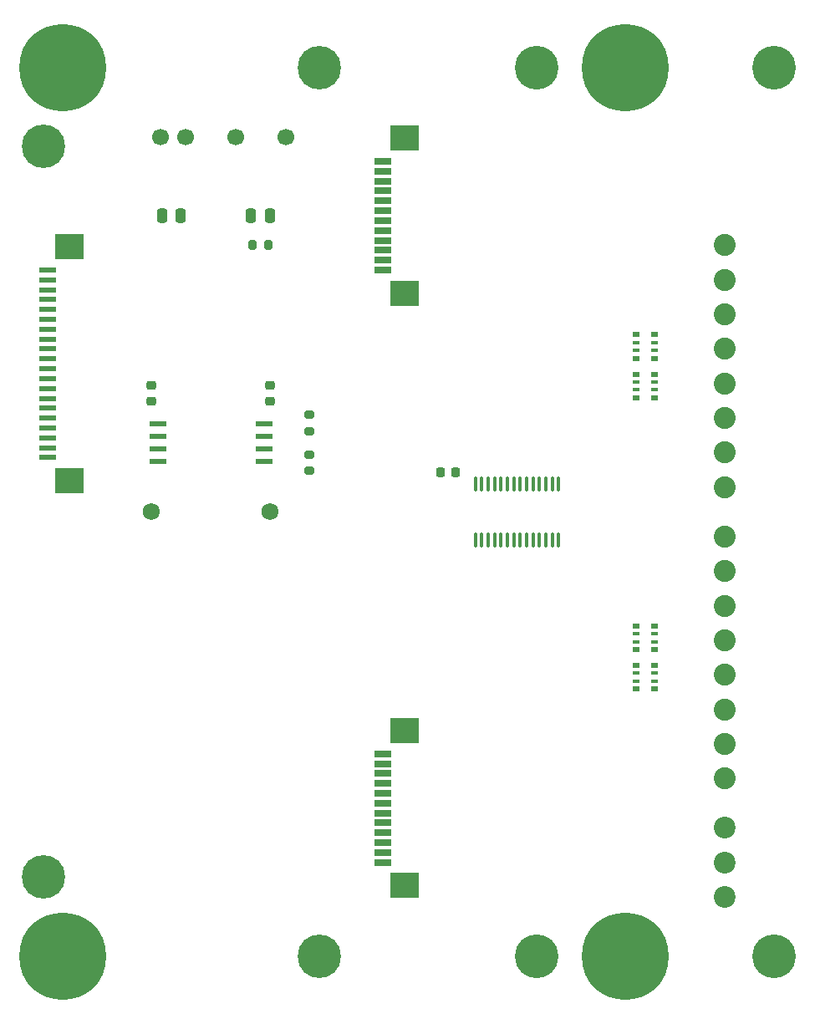
<source format=gbr>
%TF.GenerationSoftware,KiCad,Pcbnew,9.0.6*%
%TF.CreationDate,2025-12-10T15:25:16+03:00*%
%TF.ProjectId,PMCNV-PWMx16,504d434e-562d-4505-974d-7831362e6b69,rev?*%
%TF.SameCoordinates,PX3dfd240PY5f5e100*%
%TF.FileFunction,Soldermask,Top*%
%TF.FilePolarity,Negative*%
%FSLAX46Y46*%
G04 Gerber Fmt 4.6, Leading zero omitted, Abs format (unit mm)*
G04 Created by KiCad (PCBNEW 9.0.6) date 2025-12-10 15:25:16*
%MOMM*%
%LPD*%
G01*
G04 APERTURE LIST*
G04 Aperture macros list*
%AMRoundRect*
0 Rectangle with rounded corners*
0 $1 Rounding radius*
0 $2 $3 $4 $5 $6 $7 $8 $9 X,Y pos of 4 corners*
0 Add a 4 corners polygon primitive as box body*
4,1,4,$2,$3,$4,$5,$6,$7,$8,$9,$2,$3,0*
0 Add four circle primitives for the rounded corners*
1,1,$1+$1,$2,$3*
1,1,$1+$1,$4,$5*
1,1,$1+$1,$6,$7*
1,1,$1+$1,$8,$9*
0 Add four rect primitives between the rounded corners*
20,1,$1+$1,$2,$3,$4,$5,0*
20,1,$1+$1,$4,$5,$6,$7,0*
20,1,$1+$1,$6,$7,$8,$9,0*
20,1,$1+$1,$8,$9,$2,$3,0*%
G04 Aperture macros list end*
%ADD10C,4.420000*%
%ADD11C,2.220000*%
%ADD12C,8.800000*%
%ADD13RoundRect,0.200000X0.275000X-0.200000X0.275000X0.200000X-0.275000X0.200000X-0.275000X-0.200000X0*%
%ADD14RoundRect,0.200000X-0.275000X0.200000X-0.275000X-0.200000X0.275000X-0.200000X0.275000X0.200000X0*%
%ADD15RoundRect,0.250000X-0.250000X-0.475000X0.250000X-0.475000X0.250000X0.475000X-0.250000X0.475000X0*%
%ADD16RoundRect,0.100000X0.100000X-0.637500X0.100000X0.637500X-0.100000X0.637500X-0.100000X-0.637500X0*%
%ADD17C,2.200000*%
%ADD18RoundRect,0.200000X0.200000X0.275000X-0.200000X0.275000X-0.200000X-0.275000X0.200000X-0.275000X0*%
%ADD19C,4.400000*%
%ADD20C,1.700000*%
%ADD21R,0.800000X0.500000*%
%ADD22R,0.800000X0.400000*%
%ADD23R,1.701800X0.558800*%
%ADD24R,1.803400X0.635000*%
%ADD25R,2.997200X2.590800*%
%ADD26RoundRect,0.250000X0.250000X0.475000X-0.250000X0.475000X-0.250000X-0.475000X0.250000X-0.475000X0*%
%ADD27C,1.725000*%
%ADD28RoundRect,0.225000X0.250000X-0.225000X0.250000X0.225000X-0.250000X0.225000X-0.250000X-0.225000X0*%
%ADD29RoundRect,0.225000X0.225000X0.250000X-0.225000X0.250000X-0.225000X-0.250000X0.225000X-0.250000X0*%
%ADD30R,1.800000X0.600000*%
%ADD31R,3.000000X2.600000*%
G04 APERTURE END LIST*
D10*
%TO.C,SP1*%
X13000000Y45000000D03*
X13000000Y-45000000D03*
X37000000Y45000000D03*
X37000000Y-45000000D03*
%TD*%
D11*
%TO.C,J1*%
X32000000Y2500000D03*
X32000000Y6000000D03*
X32000000Y9500000D03*
X32000000Y13000000D03*
X32000000Y16500000D03*
X32000000Y20000000D03*
X32000000Y23500000D03*
X32000000Y27000000D03*
%TD*%
%TO.C,J2*%
X32000000Y-27000000D03*
X32000000Y-23500000D03*
X32000000Y-20000000D03*
X32000000Y-16500000D03*
X32000000Y-13000000D03*
X32000000Y-9500000D03*
X32000000Y-6000000D03*
X32000000Y-2500000D03*
%TD*%
D12*
%TO.C,H1*%
X22000000Y45000000D03*
%TD*%
%TO.C,H2*%
X-35000000Y45000000D03*
%TD*%
%TO.C,H4*%
X-35000000Y-45000000D03*
%TD*%
%TO.C,H3*%
X22000000Y-45000000D03*
%TD*%
D13*
%TO.C,R4*%
X-10000000Y4175000D03*
X-10000000Y5825000D03*
%TD*%
D14*
%TO.C,R3*%
X-10000000Y9825000D03*
X-10000000Y8175000D03*
%TD*%
D15*
%TO.C,C1*%
X-24950000Y30000000D03*
X-23050000Y30000000D03*
%TD*%
D16*
%TO.C,U2*%
X6775000Y-2862500D03*
X7425000Y-2862500D03*
X8075000Y-2862500D03*
X8725000Y-2862500D03*
X9375000Y-2862500D03*
X10025000Y-2862500D03*
X10675000Y-2862500D03*
X11325000Y-2862500D03*
X11975000Y-2862500D03*
X12625000Y-2862500D03*
X13275000Y-2862500D03*
X13925000Y-2862500D03*
X14575000Y-2862500D03*
X15225000Y-2862500D03*
X15225000Y2862500D03*
X14575000Y2862500D03*
X13925000Y2862500D03*
X13275000Y2862500D03*
X12625000Y2862500D03*
X11975000Y2862500D03*
X11325000Y2862500D03*
X10675000Y2862500D03*
X10025000Y2862500D03*
X9375000Y2862500D03*
X8725000Y2862500D03*
X8075000Y2862500D03*
X7425000Y2862500D03*
X6775000Y2862500D03*
%TD*%
D17*
%TO.C,J3*%
X32000000Y-39000000D03*
X32000000Y-35500000D03*
X32000000Y-32000000D03*
%TD*%
D18*
%TO.C,R1*%
X-14175000Y27000000D03*
X-15825000Y27000000D03*
%TD*%
D19*
%TO.C,U1*%
X-37000000Y37000000D03*
X-37000000Y-37000000D03*
X-9000000Y45000000D03*
X-9000000Y-45000000D03*
%TD*%
D20*
%TO.C,PS1*%
X-25120000Y38000000D03*
X-22580000Y38000000D03*
X-17500000Y38000000D03*
X-12420000Y38000000D03*
%TD*%
D21*
%TO.C,RN3*%
X24900000Y11550000D03*
D22*
X24900000Y12350000D03*
X24900000Y13150000D03*
D21*
X24900000Y13950000D03*
X23100000Y13950000D03*
D22*
X23100000Y13150000D03*
X23100000Y12350000D03*
D21*
X23100000Y11550000D03*
%TD*%
D23*
%TO.C,U11*%
X-25384800Y8905000D03*
X-25384800Y7635000D03*
X-25384800Y6365000D03*
X-25384800Y5095000D03*
X-14615200Y5095000D03*
X-14615200Y6365000D03*
X-14615200Y7635000D03*
X-14615200Y8905000D03*
%TD*%
D24*
%TO.C,J6*%
X-2556000Y24500008D03*
X-2556000Y25500006D03*
X-2556000Y26500004D03*
X-2556000Y27500002D03*
X-2556000Y28500000D03*
X-2556000Y29500000D03*
X-2556000Y30500000D03*
X-2556000Y31500000D03*
X-2556000Y32499998D03*
X-2556000Y33499996D03*
X-2556000Y34499994D03*
X-2556000Y35499992D03*
D25*
X-385999Y22149997D03*
X-385999Y37850003D03*
%TD*%
D26*
%TO.C,C2*%
X-14050000Y30000000D03*
X-15950000Y30000000D03*
%TD*%
D27*
%TO.C,U3*%
X-26000000Y-249D03*
%TD*%
D28*
%TO.C,C5*%
X-14000000Y11225000D03*
X-14000000Y12775000D03*
%TD*%
D21*
%TO.C,RN1*%
X24900000Y-17950000D03*
D22*
X24900000Y-17150000D03*
X24900000Y-16350000D03*
D21*
X24900000Y-15550000D03*
X23100000Y-15550000D03*
D22*
X23100000Y-16350000D03*
X23100000Y-17150000D03*
D21*
X23100000Y-17950000D03*
%TD*%
%TO.C,RN2*%
X24900000Y-13950000D03*
D22*
X24900000Y-13150000D03*
X24900000Y-12350000D03*
D21*
X24900000Y-11550000D03*
X23100000Y-11550000D03*
D22*
X23100000Y-12350000D03*
X23100000Y-13150000D03*
D21*
X23100000Y-13950000D03*
%TD*%
%TO.C,RN4*%
X24900000Y15550000D03*
D22*
X24900000Y16350000D03*
X24900000Y17150000D03*
D21*
X24900000Y17950000D03*
X23100000Y17950000D03*
D22*
X23100000Y17150000D03*
X23100000Y16350000D03*
D21*
X23100000Y15550000D03*
%TD*%
D27*
%TO.C,U4*%
X-14000000Y0D03*
%TD*%
D29*
%TO.C,C3*%
X4775000Y4000000D03*
X3225000Y4000000D03*
%TD*%
D30*
%TO.C,JM1*%
X-36546000Y5500000D03*
X-36546000Y6500000D03*
X-36546000Y7500000D03*
X-36546000Y8500000D03*
X-36546000Y9500000D03*
X-36546000Y10500000D03*
X-36546000Y11500000D03*
X-36546000Y12500000D03*
X-36546000Y13500000D03*
X-36546000Y14500000D03*
X-36546000Y15500000D03*
X-36546000Y16500000D03*
X-36546000Y17500000D03*
X-36546000Y18500000D03*
X-36546000Y19500000D03*
X-36546000Y20500000D03*
X-36546000Y21500000D03*
X-36546000Y22500000D03*
X-36546000Y23500000D03*
X-36546000Y24500000D03*
D31*
X-34375000Y3150000D03*
X-34375000Y26850000D03*
%TD*%
D28*
%TO.C,C6*%
X-26000000Y11225000D03*
X-26000000Y12775000D03*
%TD*%
D24*
%TO.C,J7*%
X-2556000Y-35499992D03*
X-2556000Y-34499994D03*
X-2556000Y-33499996D03*
X-2556000Y-32499998D03*
X-2556000Y-31500000D03*
X-2556000Y-30500000D03*
X-2556000Y-29500000D03*
X-2556000Y-28500000D03*
X-2556000Y-27500002D03*
X-2556000Y-26500004D03*
X-2556000Y-25500006D03*
X-2556000Y-24500008D03*
D25*
X-385999Y-37850003D03*
X-385999Y-22149997D03*
%TD*%
M02*

</source>
